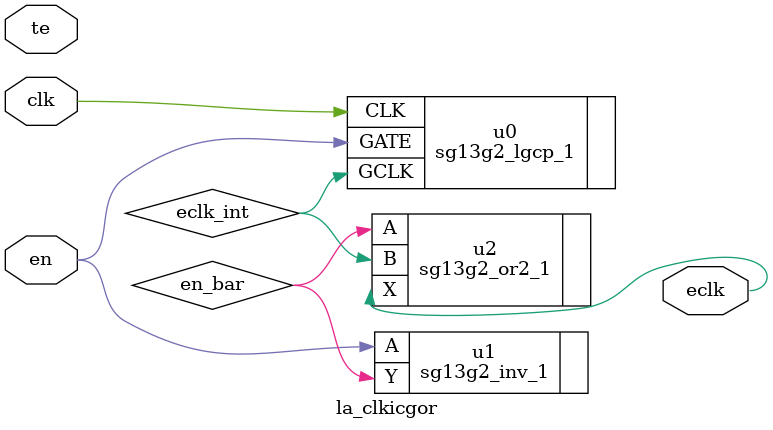
<source format=v>

module la_clkicgor #(
    parameter PROP = "DEFAULT"
) (
    input  clk,  // clock input
    input  te,   // test enable
    input  en,   // enable
    output eclk  // enabled clock output
);

  // reg en_stable;

  // always @(clk or en or te) if (clk) en_stable <= en | te;

  // assign eclk = clk | ~en_stable;

  wire eclk_int;
  wire en_bar;

  sg13g2_lgcp_1 u0 (
      .CLK (clk),
      .GATE(en),
      .GCLK(eclk_int)
  );

  sg13g2_inv_1 u1 (
      .A(en),
      .Y(en_bar)
  );
  sg13g2_or2_1 u2 (
      .A(en_bar),
      .B(eclk_int),
      .X(eclk)
  );


endmodule

</source>
